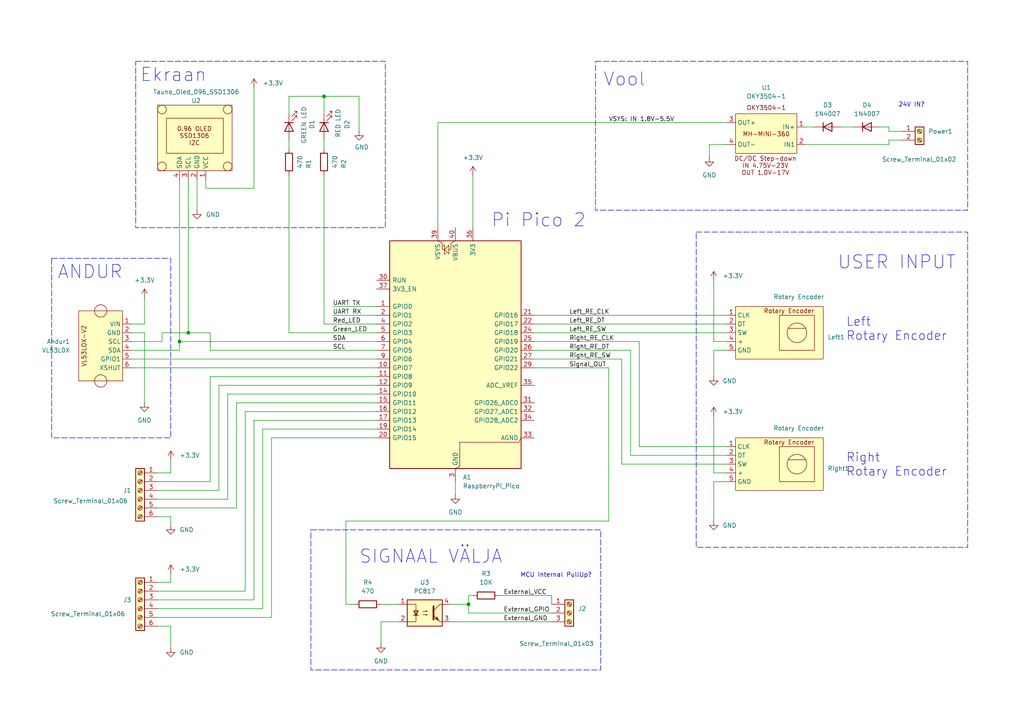
<source format=kicad_sch>
(kicad_sch (version 20250114) (generator "eeschema") (generator_version "9.0")
  (paper "A4")
  (title_block (title "Anduri PCB skeem") (date "2025-11-23") (rev "03") (company "Tauno Erik"))
  (lib_symbols
    (symbol "Connector:Screw_Terminal_01x02" (pin_names (offset 1.016) (hide yes))
      (property "Reference" "J" (at 0 2.54 0))
      (property "Value" "Screw_Terminal_01x02" (at 0 -5.08 0))
      (symbol "Screw_Terminal_01x02_1_1"
        (rectangle (start -1.27 1.27) (end 1.27 -3.81) (stroke (width 0.254)) (fill (type background)))
        (polyline (pts (xy -0.5334 0.3302) (xy 0.3302 -0.508)) (stroke (width 0.1524)))
        (polyline (pts (xy -0.5334 -2.2098) (xy 0.3302 -3.048)) (stroke (width 0.1524)))
        (polyline (pts (xy -0.3556 0.508) (xy 0.508 -0.3302)) (stroke (width 0.1524)))
        (polyline (pts (xy -0.3556 -2.032) (xy 0.508 -2.8702)) (stroke (width 0.1524)))
        (circle (center 0 0) (radius 0.635) (stroke (width 0.1524)))
        (circle (center 0 -2.54) (radius 0.635) (stroke (width 0.1524)))
        (pin passive line (at -5.08 0 0) (length 3.81) (name "Pin_1") (number "1"))
        (pin passive line (at -5.08 -2.54 0) (length 3.81) (name "Pin_2") (number "2"))
      )
    )
    (symbol "Connector:Screw_Terminal_01x03" (pin_names (offset 1.016) (hide yes))
      (property "Reference" "J" (at 0 5.08 0))
      (property "Value" "Screw_Terminal_01x03" (at 0 -5.08 0))
      (symbol "Screw_Terminal_01x03_1_1"
        (rectangle (start -1.27 3.81) (end 1.27 -3.81) (stroke (width 0.254)) (fill (type background)))
        (polyline (pts (xy -0.5334 2.8702) (xy 0.3302 2.032)) (stroke (width 0.1524)))
        (polyline (pts (xy -0.5334 0.3302) (xy 0.3302 -0.508)) (stroke (width 0.1524)))
        (polyline (pts (xy -0.5334 -2.2098) (xy 0.3302 -3.048)) (stroke (width 0.1524)))
        (polyline (pts (xy -0.3556 3.048) (xy 0.508 2.2098)) (stroke (width 0.1524)))
        (polyline (pts (xy -0.3556 0.508) (xy 0.508 -0.3302)) (stroke (width 0.1524)))
        (polyline (pts (xy -0.3556 -2.032) (xy 0.508 -2.8702)) (stroke (width 0.1524)))
        (circle (center 0 2.54) (radius 0.635) (stroke (width 0.1524)))
        (circle (center 0 0) (radius 0.635) (stroke (width 0.1524)))
        (circle (center 0 -2.54) (radius 0.635) (stroke (width 0.1524)))
        (pin passive line (at -5.08 2.54 0) (length 3.81) (name "Pin_1") (number "1"))
        (pin passive line (at -5.08 0 0) (length 3.81) (name "Pin_2") (number "2"))
        (pin passive line (at -5.08 -2.54 0) (length 3.81) (name "Pin_3") (number "3"))
      )
    )
    (symbol "Connector:Screw_Terminal_01x06" (pin_names (offset 1.016) (hide yes))
      (property "Reference" "J" (at 0 7.62 0))
      (property "Value" "Screw_Terminal_01x06" (at 0 -10.16 0))
      (symbol "Screw_Terminal_01x06_1_1"
        (rectangle (start -1.27 6.35) (end 1.27 -8.89) (stroke (width 0.254)) (fill (type background)))
        (polyline (pts (xy -0.5334 5.4102) (xy 0.3302 4.572)) (stroke (width 0.1524)))
        (polyline (pts (xy -0.5334 2.8702) (xy 0.3302 2.032)) (stroke (width 0.1524)))
        (polyline (pts (xy -0.5334 0.3302) (xy 0.3302 -0.508)) (stroke (width 0.1524)))
        (polyline (pts (xy -0.5334 -2.2098) (xy 0.3302 -3.048)) (stroke (width 0.1524)))
        (polyline (pts (xy -0.5334 -4.7498) (xy 0.3302 -5.588)) (stroke (width 0.1524)))
        (polyline (pts (xy -0.5334 -7.2898) (xy 0.3302 -8.128)) (stroke (width 0.1524)))
        (polyline (pts (xy -0.3556 5.588) (xy 0.508 4.7498)) (stroke (width 0.1524)))
        (polyline (pts (xy -0.3556 3.048) (xy 0.508 2.2098)) (stroke (width 0.1524)))
        (polyline (pts (xy -0.3556 0.508) (xy 0.508 -0.3302)) (stroke (width 0.1524)))
        (polyline (pts (xy -0.3556 -2.032) (xy 0.508 -2.8702)) (stroke (width 0.1524)))
        (polyline (pts (xy -0.3556 -4.572) (xy 0.508 -5.4102)) (stroke (width 0.1524)))
        (polyline (pts (xy -0.3556 -7.112) (xy 0.508 -7.9502)) (stroke (width 0.1524)))
        (circle (center 0 5.08) (radius 0.635) (stroke (width 0.1524)))
        (circle (center 0 2.54) (radius 0.635) (stroke (width 0.1524)))
        (circle (center 0 0) (radius 0.635) (stroke (width 0.1524)))
        (circle (center 0 -2.54) (radius 0.635) (stroke (width 0.1524)))
        (circle (center 0 -5.08) (radius 0.635) (stroke (width 0.1524)))
        (circle (center 0 -7.62) (radius 0.635) (stroke (width 0.1524)))
        (pin passive line (at -5.08 5.08 0) (length 3.81) (name "Pin_1") (number "1"))
        (pin passive line (at -5.08 2.54 0) (length 3.81) (name "Pin_2") (number "2"))
        (pin passive line (at -5.08 0 0) (length 3.81) (name "Pin_3") (number "3"))
        (pin passive line (at -5.08 -2.54 0) (length 3.81) (name "Pin_4") (number "4"))
        (pin passive line (at -5.08 -5.08 0) (length 3.81) (name "Pin_5") (number "5"))
        (pin passive line (at -5.08 -7.62 0) (length 3.81) (name "Pin_6") (number "6"))
      )
    )
    (symbol "Device:LED" (pin_numbers (hide yes)) (pin_names (offset 1.016) (hide yes))
      (property "Reference" "D" (at 0 2.54 0))
      (property "Value" "LED" (at 0 -2.54 0))
      (symbol "LED_0_1"
        (polyline (pts (xy -3.048 -0.762) (xy -4.572 -2.286) (xy -3.81 -2.286) (xy -4.572 -2.286) (xy -4.572 -1.524)))
        (polyline (pts (xy -1.778 -0.762) (xy -3.302 -2.286) (xy -2.54 -2.286) (xy -3.302 -2.286) (xy -3.302 -1.524)))
        (polyline (pts (xy -1.27 0) (xy 1.27 0)))
        (polyline (pts (xy -1.27 -1.27) (xy -1.27 1.27)) (stroke (width 0.254)))
        (polyline (pts (xy 1.27 -1.27) (xy 1.27 1.27) (xy -1.27 0) (xy 1.27 -1.27)) (stroke (width 0.254)))
      )
      (symbol "LED_1_1"
        (pin passive line (at -3.81 0 0) (length 2.54) (name "K") (number "1"))
        (pin passive line (at 3.81 0 180) (length 2.54) (name "A") (number "2"))
      )
    )
    (symbol "Device:R" (pin_numbers (hide yes)) (pin_names (offset 0))
      (property "Reference" "R" (at 2.032 0 90))
      (property "Value" "R" (at 0 0 90))
      (symbol "R_0_1"
        (rectangle (start -1.016 -2.54) (end 1.016 2.54) (stroke (width 0.254)))
      )
      (symbol "R_1_1"
        (pin passive line (at 0 3.81 270) (length 1.27) (name "~") (number "1"))
        (pin passive line (at 0 -3.81 90) (length 1.27) (name "~") (number "2"))
      )
    )
    (symbol "Diode:1N4007" (pin_numbers (hide yes)) (pin_names (hide yes))
      (property "Reference" "D" (at 0 2.54 0))
      (property "Value" "1N4007" (at 0 -2.54 0))
      (symbol "1N4007_0_1"
        (polyline (pts (xy -1.27 1.27) (xy -1.27 -1.27)) (stroke (width 0.254)))
        (polyline (pts (xy 1.27 1.27) (xy 1.27 -1.27) (xy -1.27 0) (xy 1.27 1.27)) (stroke (width 0.254)))
        (polyline (pts (xy 1.27 0) (xy -1.27 0)))
      )
      (symbol "1N4007_1_1"
        (pin passive line (at -3.81 0 0) (length 2.54) (name "K") (number "1"))
        (pin passive line (at 3.81 0 180) (length 2.54) (name "A") (number "2"))
      )
    )
    (symbol "Isolator:PC817" (pin_names (offset 1.016))
      (property "Reference" "U" (at -5.08 5.08 0))
      (property "Value" "PC817" (at 0 5.08 0))
      (symbol "PC817_0_1"
        (rectangle (start -5.08 3.81) (end 5.08 -3.81) (stroke (width 0.254)) (fill (type background)))
        (polyline (pts (xy -5.08 2.54) (xy -2.54 2.54) (xy -2.54 -0.635)))
        (polyline (pts (xy -3.175 -0.635) (xy -1.905 -0.635)) (stroke (width 0.254)))
        (polyline (pts (xy -2.54 -0.635) (xy -2.54 -2.54) (xy -5.08 -2.54)))
        (polyline (pts (xy -2.54 -0.635) (xy -3.175 0.635) (xy -1.905 0.635) (xy -2.54 -0.635)) (stroke (width 0.254)))
        (polyline (pts (xy -0.508 0.508) (xy 0.762 0.508) (xy 0.381 0.381) (xy 0.381 0.635) (xy 0.762 0.508)))
        (polyline (pts (xy -0.508 -0.508) (xy 0.762 -0.508) (xy 0.381 -0.635) (xy 0.381 -0.381) (xy 0.762 -0.508)))
        (polyline (pts (xy 2.54 1.905) (xy 2.54 -1.905)) (stroke (width 0.508)))
        (polyline (pts (xy 2.54 0.635) (xy 4.445 2.54)))
        (polyline (pts (xy 3.048 -1.651) (xy 3.556 -1.143) (xy 4.064 -2.159) (xy 3.048 -1.651)) (fill (type outline)))
        (polyline (pts (xy 4.445 2.54) (xy 5.08 2.54)))
        (polyline (pts (xy 4.445 -2.54) (xy 2.54 -0.635)) (fill (type outline)))
        (polyline (pts (xy 4.445 -2.54) (xy 5.08 -2.54)))
      )
      (symbol "PC817_1_1"
        (pin passive line (at -7.62 2.54 0) (length 2.54) (name "~") (number "1"))
        (pin passive line (at -7.62 -2.54 0) (length 2.54) (name "~") (number "2"))
        (pin passive line (at 7.62 2.54 180) (length 2.54) (name "~") (number "4"))
        (pin passive line (at 7.62 -2.54 180) (length 2.54) (name "~") (number "3"))
      )
    )
    (symbol "MCU_Module:RaspberryPi_Pico" (pin_names (offset 0.762))
      (property "Reference" "A" (at -19.05 35.56 0))
      (property "Value" "RaspberryPi_Pico" (at 7.62 35.56 0))
      (symbol "RaspberryPi_Pico_0_1"
        (rectangle (start -19.05 34.29) (end 19.05 -31.75) (stroke (width 0.254)) (fill (type background)))
        (polyline (pts (xy -5.08 34.29) (xy -3.81 33.655) (xy -3.81 31.75) (xy -3.175 31.75)))
        (polyline (pts (xy -3.429 32.766) (xy -3.429 33.02) (xy -3.175 33.02) (xy -3.175 30.48) (xy -2.921 30.48) (xy -2.921 30.734)))
        (polyline (pts (xy -3.175 31.75) (xy -1.905 33.02) (xy -1.905 30.48) (xy -3.175 31.75)))
        (polyline (pts (xy 0 34.29) (xy -1.27 33.655) (xy -1.27 31.75) (xy -1.905 31.75)))
        (polyline (pts (xy 0 -31.75) (xy 1.27 -31.115) (xy 1.27 -24.13) (xy 18.415 -24.13) (xy 19.05 -22.86)))
      )
      (symbol "RaspberryPi_Pico_1_1"
        (pin passive line (at -22.86 22.86 0) (length 3.81) (name "RUN") (number "30"))
        (pin passive line (at -22.86 20.32 0) (length 3.81) (name "3V3_EN") (number "37"))
        (pin bidirectional line (at -22.86 15.24 0) (length 3.81) (name "GPIO0") (number "1"))
        (pin bidirectional line (at -22.86 12.7 0) (length 3.81) (name "GPIO1") (number "2"))
        (pin bidirectional line (at -22.86 10.16 0) (length 3.81) (name "GPIO2") (number "4"))
        (pin bidirectional line (at -22.86 7.62 0) (length 3.81) (name "GPIO3") (number "5"))
        (pin bidirectional line (at -22.86 5.08 0) (length 3.81) (name "GPIO4") (number "6"))
        (pin bidirectional line (at -22.86 2.54 0) (length 3.81) (name "GPIO5") (number "7"))
        (pin bidirectional line (at -22.86 0 0) (length 3.81) (name "GPIO6") (number "9"))
        (pin bidirectional line (at -22.86 -2.54 0) (length 3.81) (name "GPIO7") (number "10"))
        (pin bidirectional line (at -22.86 -5.08 0) (length 3.81) (name "GPIO8") (number "11"))
        (pin bidirectional line (at -22.86 -7.62 0) (length 3.81) (name "GPIO9") (number "12"))
        (pin bidirectional line (at -22.86 -10.16 0) (length 3.81) (name "GPIO10") (number "14"))
        (pin bidirectional line (at -22.86 -12.7 0) (length 3.81) (name "GPIO11") (number "15"))
        (pin bidirectional line (at -22.86 -15.24 0) (length 3.81) (name "GPIO12") (number "16"))
        (pin bidirectional line (at -22.86 -17.78 0) (length 3.81) (name "GPIO13") (number "17"))
        (pin bidirectional line (at -22.86 -20.32 0) (length 3.81) (name "GPIO14") (number "19"))
        (pin bidirectional line (at -22.86 -22.86 0) (length 3.81) (name "GPIO15") (number "20"))
        (pin power_in line (at -5.08 38.1 270) (length 3.81) (name "VSYS") (number "39"))
        (pin power_out line (at 0 38.1 270) (length 3.81) (name "VBUS") (number "40"))
        (pin passive line (at 0 -35.56 90) (length 3.81) (hide yes) (name "GND") (number "13"))
        (pin passive line (at 0 -35.56 90) (length 3.81) (hide yes) (name "GND") (number "18"))
        (pin passive line (at 0 -35.56 90) (length 3.81) (hide yes) (name "GND") (number "23"))
        (pin passive line (at 0 -35.56 90) (length 3.81) (hide yes) (name "GND") (number "28"))
        (pin power_out line (at 0 -35.56 90) (length 3.81) (name "GND") (number "3"))
        (pin passive line (at 0 -35.56 90) (length 3.81) (hide yes) (name "GND") (number "38"))
        (pin passive line (at 0 -35.56 90) (length 3.81) (hide yes) (name "GND") (number "8"))
        (pin power_out line (at 5.08 38.1 270) (length 3.81) (name "3V3") (number "36"))
        (pin bidirectional line (at 22.86 12.7 180) (length 3.81) (name "GPIO16") (number "21"))
        (pin bidirectional line (at 22.86 10.16 180) (length 3.81) (name "GPIO17") (number "22"))
        (pin bidirectional line (at 22.86 7.62 180) (length 3.81) (name "GPIO18") (number "24"))
        (pin bidirectional line (at 22.86 5.08 180) (length 3.81) (name "GPIO19") (number "25"))
        (pin bidirectional line (at 22.86 2.54 180) (length 3.81) (name "GPIO20") (number "26"))
        (pin bidirectional line (at 22.86 0 180) (length 3.81) (name "GPIO21") (number "27"))
        (pin bidirectional line (at 22.86 -2.54 180) (length 3.81) (name "GPIO22") (number "29"))
        (pin power_in line (at 22.86 -7.62 180) (length 3.81) (name "ADC_VREF") (number "35"))
        (pin bidirectional line (at 22.86 -12.7 180) (length 3.81) (name "GPIO26_ADC0") (number "31"))
        (pin bidirectional line (at 22.86 -15.24 180) (length 3.81) (name "GPIO27_ADC1") (number "32"))
        (pin bidirectional line (at 22.86 -17.78 180) (length 3.81) (name "GPIO28_ADC2") (number "34"))
        (pin power_out line (at 22.86 -22.86 180) (length 3.81) (name "AGND") (number "33"))
      )
    )
    (symbol "Tauno_Library:Tauno_OKY3504-1"
      (property "Reference" "U" (at -10.16 6.35 0))
      (property "Value" "OKY3504-1" (at 0 0 0))
      (symbol "Tauno_OKY3504-1_1_1"
        (rectangle (start -7.62 6.35) (end 10.16 -5.08) (fill (type background)))
        (text "OKY3504-1" (at 1.27 8.128 0) (effects (font (size 1.27 1.27))))
        (text "MH-MINI-360" (at 1.27 0.508 0) (effects (font (size 1.27 1.27))))
        (text "DC/DC Step-down\nIN 4.75V-23V\nOUT 1.0V-17V" (at 1.524 -8.636 0) (effects (font (size 1.27 1.27))))
        (pin power_in line (at -10.16 2.54 0) (length 2.54) (name "IN+") (number "1"))
        (pin power_in line (at -10.16 -2.54 0) (length 2.54) (name "IN1") (number "2"))
        (pin power_out line (at 12.7 3.81 180) (length 2.54) (name "OUT+") (number "3"))
        (pin power_out line (at 12.7 -2.54 180) (length 2.54) (name "OUT-") (number "4"))
      )
    )
    (symbol "Tauno_Library:Tauno_Oled_096_SSD1306"
      (property "Reference" "U" (at -10.16 13.97 0))
      (property "Value" "Tauno_Oled_096_SSD1306" (at -12.954 12.192 0))
      (symbol "Tauno_Oled_096_SSD1306_0_1"
        (circle (center -8.89 7.62) (radius 1.27))
        (circle (center -8.89 -8.89) (radius 1.27))
        (rectangle (start -7.62 3.81) (end 8.89 -6.35))
        (circle (center 10.16 7.62) (radius 1.27))
        (circle (center 10.16 -8.89) (radius 1.27))
      )
      (symbol "Tauno_Oled_096_SSD1306_1_1"
        (rectangle (start -10.16 8.89) (end 11.43 -10.16) (fill (type background)))
        (text "0.96 OLED\nSSD1306\nI2C" (at 0.762 -1.27 0) (effects (font (size 1.27 1.27))))
        (pin power_in line (at -2.54 11.43 270) (length 2.54) (name "VCC") (number "1"))
        (pin power_in line (at 0 11.43 270) (length 2.54) (name "GND") (number "2"))
        (pin input line (at 2.54 11.43 270) (length 2.54) (name "SCL") (number "3"))
        (pin input line (at 5.08 11.43 270) (length 2.54) (name "SDA") (number "4"))
      )
    )
    (symbol "Tauno_Library:Tauno_Rotary_Encoder"
      (property "Reference" "U" (at 10.16 10.16 0))
      (property "Value" "Rotary Encoder" (at -5.334 -6.35 0))
      (symbol "Tauno_Rotary_Encoder_0_1"
        (rectangle (start -12.7 5.08) (end -2.54 -5.08))
        (polyline (pts (xy -10.16 1.27) (xy -5.08 1.27)))
        (circle (center -7.62 0) (radius 2.8398))
      )
      (symbol "Tauno_Rotary_Encoder_1_1"
        (rectangle (start -15.24 7.62) (end 10.16 -7.62) (fill (type background)))
        (text "Rotary Encoder" (at -5.334 6.35 0) (effects (font (size 1.27 1.27))))
        (pin output line (at 12.7 5.08 180) (length 2.54) (name "CLK") (number "1"))
        (pin output line (at 12.7 2.54 180) (length 2.54) (name "DT") (number "2"))
        (pin output line (at 12.7 0 180) (length 2.54) (name "SW") (number "3"))
        (pin power_in line (at 12.7 -2.54 180) (length 2.54) (name "+") (number "4"))
        (pin power_in line (at 12.7 -5.08 180) (length 2.54) (name "GND") (number "5"))
      )
    )
    (symbol "Tauno_Library:Tauno_TOF_VL53LOX"
      (property "Reference" "U" (at -8.382 12.192 0))
      (symbol "Tauno_TOF_VL53LOX_0_1"
        (circle (center 0 10.16) (radius 1.7961))
        (circle (center 0 -10.16) (radius 1.7961))
      )
      (symbol "Tauno_TOF_VL53LOX_1_1"
        (rectangle (start -6.35 10.16) (end 6.35 -10.16) (fill (type background)))
        (text "VL53LOX-V2" (at 4.826 0 900) (effects (font (size 1.27 1.27))))
        (pin power_in line (at -8.89 6.35 0) (length 2.54) (name "VIN") (number "1"))
        (pin power_in line (at -8.89 3.81 0) (length 2.54) (name "GND") (number "2"))
        (pin input line (at -8.89 1.27 0) (length 2.54) (name "SCL") (number "3"))
        (pin input line (at -8.89 -1.27 0) (length 2.54) (name "SDA") (number "4"))
        (pin input line (at -8.89 -3.81 0) (length 2.54) (name "GPIO1") (number "5"))
        (pin input line (at -8.89 -6.35 0) (length 2.54) (name "XSHUT") (number "6"))
      )
    )
    (symbol "power:+3.3V" (power) (pin_numbers (hide yes)) (pin_names (offset 0) (hide yes))
      (property "Value" "+3.3V" (at 0 3.556 0))
      (symbol "+3.3V_0_1"
        (polyline (pts (xy -0.762 1.27) (xy 0 2.54)))
        (polyline (pts (xy 0 2.54) (xy 0.762 1.27)))
        (polyline (pts (xy 0 0) (xy 0 2.54)))
      )
      (symbol "+3.3V_1_1"
        (pin power_in line (at 0 0 90) (length 0) (name "~") (number "1"))
      )
    )
    (symbol "power:GND" (power) (pin_numbers (hide yes)) (pin_names (offset 0) (hide yes))
      (property "Value" "GND" (at 0 -3.81 0))
      (symbol "GND_0_1"
        (polyline (pts (xy 0 0) (xy 0 -1.27) (xy 1.27 -1.27) (xy 0 -2.54) (xy -1.27 -1.27) (xy 0 -1.27)))
      )
      (symbol "GND_1_1"
        (pin power_in line (at 0 0 270) (length 0) (name "~") (number "1"))
      )
    )
  )
  (rectangle (start 39.37 17.78) (end 111.76 66.04) (stroke (width 0) (type dash)))
  (rectangle (start 201.93 67.31) (end 280.67 158.75) (stroke (width 0) (type dash)))
  (rectangle (start 90.17 153.67) (end 174.244 194.31) (stroke (width 0) (type dash)))
  (rectangle (start 172.72 17.78) (end 280.67 60.96) (stroke (width 0) (type dash)))
  (rectangle (start 14.986 74.93) (end 49.53 127) (stroke (width 0) (type dash)))
  (text "Right\nRotary Encoder" (at 245.364 134.874 0) (effects (font (size 2.54 2.54)) (justify left)))
  (text "Ekraan" (at 50.292 21.844 0) (effects (font (size 3.81 3.81))))
  (text "Vool" (at 181.102 23.114 0) (effects (font (size 3.81 3.81))))
  (text "ANDUR" (at 26.162 78.994 0) (effects (font (size 3.81 3.81))))
  (text "Pi Pico 2" (at 156.21 64.008 0) (effects (font (size 3.81 3.81))))
  (text "SIGNAAL VÄLJA" (at 124.968 161.544 0) (effects (font (size 3.81 3.81))))
  (text "USER INPUT" (at 260.096 76.2 0) (effects (font (size 3.81 3.81))))
  (text "MCU Internal PullUp?" (at 161.29 166.878 0) (effects (font (size 1.27 1.27))))
  (text "24V IN?" (at 264.414 30.48 0) (effects (font (size 1.27 1.27))))
  (text "Left\nRotary Encoder" (at 245.364 95.504 0) (effects (font (size 2.54 2.54)) (justify left)))
  (junction (at 54.61 96.52))
  (junction (at 135.89 175.26))
  (junction (at 93.98 27.94))
  (junction (at 52.07 99.06))
  (wire (pts (xy 52.07 52.07) (xy 52.07 99.06)))
  (wire (pts (xy 180.34 134.62) (xy 180.34 104.14)))
  (wire (pts (xy 73.66 121.92) (xy 73.66 173.99)))
  (wire (pts (xy 185.42 129.54) (xy 185.42 99.06)))
  (wire (pts (xy 154.94 104.14) (xy 180.34 104.14)))
  (wire (pts (xy 41.91 96.52) (xy 41.91 116.84)))
  (wire (pts (xy 109.22 127) (xy 78.74 127)))
  (wire (pts (xy 45.72 149.86) (xy 49.53 149.86)))
  (wire (pts (xy 49.53 149.86) (xy 49.53 152.4)))
  (wire (pts (xy 182.88 132.08) (xy 182.88 101.6)))
  (wire (pts (xy 210.82 132.08) (xy 182.88 132.08)))
  (wire (pts (xy 59.69 52.07) (xy 59.69 54.61)))
  (wire (pts (xy 207.01 99.06) (xy 210.82 99.06)))
  (wire (pts (xy 109.22 114.3) (xy 66.04 114.3)))
  (wire (pts (xy 76.2 176.53) (xy 45.72 176.53)))
  (wire (pts (xy 46.99 99.06) (xy 38.1 99.06)))
  (wire (pts (xy 247.65 36.83) (xy 243.84 36.83)))
  (wire (pts (xy 68.58 147.32) (xy 45.72 147.32)))
  (wire (pts (xy 135.89 172.72) (xy 135.89 175.26)))
  (wire (pts (xy 83.82 43.18) (xy 83.82 40.64)))
  (wire (pts (xy 109.22 96.52) (xy 83.82 96.52)))
  (wire (pts (xy 135.89 175.26) (xy 135.89 177.8)))
  (wire (pts (xy 45.72 168.91) (xy 49.53 168.91)))
  (wire (pts (xy 207.01 139.7) (xy 207.01 151.13)))
  (wire (pts (xy 207.01 101.6) (xy 207.01 109.22)))
  (wire (pts (xy 54.61 52.07) (xy 54.61 96.52)))
  (wire (pts (xy 154.94 106.68) (xy 176.53 106.68)))
  (wire (pts (xy 78.74 127) (xy 78.74 179.07)))
  (wire (pts (xy 49.53 133.35) (xy 49.53 137.16)))
  (wire (pts (xy 49.53 168.91) (xy 49.53 166.37)))
  (wire (pts (xy 257.81 40.64) (xy 257.81 41.91)))
  (wire (pts (xy 109.22 121.92) (xy 73.66 121.92)))
  (wire (pts (xy 109.22 116.84) (xy 68.58 116.84)))
  (wire (pts (xy 132.08 139.7) (xy 132.08 143.51)))
  (wire (pts (xy 261.62 40.64) (xy 257.81 40.64)))
  (wire (pts (xy 52.07 101.6) (xy 52.07 99.06)))
  (wire (pts (xy 102.87 175.26) (xy 100.33 175.26)))
  (wire (pts (xy 160.02 172.72) (xy 160.02 175.26)))
  (wire (pts (xy 137.16 172.72) (xy 135.89 172.72)))
  (wire (pts (xy 207.01 139.7) (xy 210.82 139.7)))
  (wire (pts (xy 49.53 137.16) (xy 45.72 137.16)))
  (wire (pts (xy 96.52 91.44) (xy 109.22 91.44)))
  (wire (pts (xy 154.94 93.98) (xy 210.82 93.98)))
  (wire (pts (xy 60.96 109.22) (xy 60.96 139.7)))
  (wire (pts (xy 207.01 137.16) (xy 207.01 120.65)))
  (wire (pts (xy 210.82 134.62) (xy 180.34 134.62)))
  (wire (pts (xy 45.72 181.61) (xy 49.53 181.61)))
  (wire (pts (xy 205.74 41.91) (xy 205.74 45.72)))
  (wire (pts (xy 144.78 172.72) (xy 160.02 172.72)))
  (wire (pts (xy 104.14 38.1) (xy 104.14 27.94)))
  (wire (pts (xy 207.01 81.28) (xy 207.01 99.06)))
  (wire (pts (xy 257.81 36.83) (xy 255.27 36.83)))
  (wire (pts (xy 76.2 124.46) (xy 76.2 176.53)))
  (wire (pts (xy 104.14 27.94) (xy 93.98 27.94)))
  (wire (pts (xy 60.96 96.52) (xy 54.61 96.52)))
  (wire (pts (xy 137.16 50.8) (xy 137.16 66.04)))
  (wire (pts (xy 38.1 104.14) (xy 109.22 104.14)))
  (wire (pts (xy 109.22 109.22) (xy 60.96 109.22)))
  (wire (pts (xy 261.62 38.1) (xy 257.81 38.1)))
  (wire (pts (xy 130.81 180.34) (xy 160.02 180.34)))
  (wire (pts (xy 49.53 181.61) (xy 49.53 187.96)))
  (wire (pts (xy 38.1 96.52) (xy 41.91 96.52)))
  (wire (pts (xy 96.52 88.9) (xy 109.22 88.9)))
  (wire (pts (xy 93.98 27.94) (xy 93.98 33.02)))
  (wire (pts (xy 154.94 96.52) (xy 210.82 96.52)))
  (wire (pts (xy 100.33 175.26) (xy 100.33 151.13)))
  (wire (pts (xy 93.98 27.94) (xy 83.82 27.94)))
  (wire (pts (xy 63.5 111.76) (xy 63.5 142.24)))
  (wire (pts (xy 154.94 91.44) (xy 210.82 91.44)))
  (wire (pts (xy 83.82 96.52) (xy 83.82 50.8)))
  (wire (pts (xy 154.94 99.06) (xy 185.42 99.06)))
  (wire (pts (xy 210.82 101.6) (xy 207.01 101.6)))
  (wire (pts (xy 66.04 114.3) (xy 66.04 144.78)))
  (wire (pts (xy 71.12 119.38) (xy 71.12 171.45)))
  (wire (pts (xy 38.1 101.6) (xy 52.07 101.6)))
  (wire (pts (xy 73.66 25.4) (xy 73.66 54.61)))
  (wire (pts (xy 46.99 96.52) (xy 46.99 99.06)))
  (wire (pts (xy 109.22 111.76) (xy 63.5 111.76)))
  (wire (pts (xy 109.22 119.38) (xy 71.12 119.38)))
  (wire (pts (xy 110.49 175.26) (xy 115.57 175.26)))
  (wire (pts (xy 210.82 137.16) (xy 207.01 137.16)))
  (wire (pts (xy 38.1 106.68) (xy 109.22 106.68)))
  (wire (pts (xy 38.1 93.98) (xy 41.91 93.98)))
  (wire (pts (xy 83.82 27.94) (xy 83.82 33.02)))
  (wire (pts (xy 63.5 142.24) (xy 45.72 142.24)))
  (wire (pts (xy 68.58 116.84) (xy 68.58 147.32)))
  (wire (pts (xy 127 35.56) (xy 210.82 35.56)))
  (wire (pts (xy 100.33 151.13) (xy 176.53 151.13)))
  (wire (pts (xy 41.91 93.98) (xy 41.91 86.36)))
  (wire (pts (xy 257.81 41.91) (xy 233.68 41.91)))
  (wire (pts (xy 109.22 101.6) (xy 60.96 101.6)))
  (wire (pts (xy 210.82 129.54) (xy 185.42 129.54)))
  (wire (pts (xy 135.89 177.8) (xy 160.02 177.8)))
  (wire (pts (xy 110.49 180.34) (xy 110.49 186.69)))
  (wire (pts (xy 66.04 144.78) (xy 45.72 144.78)))
  (wire (pts (xy 127 66.04) (xy 127 35.56)))
  (wire (pts (xy 57.15 52.07) (xy 57.15 60.96)))
  (wire (pts (xy 71.12 171.45) (xy 45.72 171.45)))
  (wire (pts (xy 154.94 101.6) (xy 182.88 101.6)))
  (wire (pts (xy 93.98 50.8) (xy 93.98 93.98)))
  (wire (pts (xy 60.96 101.6) (xy 60.96 96.52)))
  (wire (pts (xy 52.07 99.06) (xy 109.22 99.06)))
  (wire (pts (xy 257.81 38.1) (xy 257.81 36.83)))
  (wire (pts (xy 176.53 151.13) (xy 176.53 106.68)))
  (wire (pts (xy 93.98 43.18) (xy 93.98 40.64)))
  (wire (pts (xy 78.74 179.07) (xy 45.72 179.07)))
  (wire (pts (xy 73.66 173.99) (xy 45.72 173.99)))
  (wire (pts (xy 59.69 54.61) (xy 73.66 54.61)))
  (wire (pts (xy 54.61 96.52) (xy 46.99 96.52)))
  (wire (pts (xy 115.57 180.34) (xy 110.49 180.34)))
  (wire (pts (xy 236.22 36.83) (xy 233.68 36.83)))
  (wire (pts (xy 60.96 139.7) (xy 45.72 139.7)))
  (wire (pts (xy 109.22 124.46) (xy 76.2 124.46)))
  (wire (pts (xy 130.81 175.26) (xy 135.89 175.26)))
  (wire (pts (xy 210.82 41.91) (xy 205.74 41.91)))
  (wire (pts (xy 109.22 93.98) (xy 93.98 93.98)))
  (label "Right_RE_DT" (at 165.1 101.6 0))
  (label "UART RX" (at 96.52 91.44 0))
  (label "Signal_OUT" (at 165.1 106.68 0))
  (label "External_GND" (at 146.05 180.34 0))
  (label "Right_RE_SW" (at 165.1 104.14 0))
  (label "Left_RE_DT" (at 165.1 93.98 0))
  (label "External_GPIO" (at 146.05 177.8 0))
  (label "External_VCC" (at 146.05 172.72 0))
  (label "Left_RE_CLK" (at 165.1 91.44 0))
  (label "Red_LED" (at 96.52 93.98 0))
  (label "Green_LED" (at 96.52 96.52 0))
  (label "UART TX" (at 96.52 88.9 0))
  (label "SCL" (at 96.52 101.6 0))
  (label "Left_RE_SW" (at 165.1 96.52 0))
  (label "SDA" (at 96.52 99.06 0))
  (label "VSYS: IN 1.8V-5.5V" (at 176.53 35.56 0))
  (label "Right_RE_CLK" (at 165.1 99.06 0))
  (symbol (lib_id "Tauno_Library:Tauno_TOF_VL53LOX") (at 29.21 100.33 0) (mirror y) (unit 1)
    (property "Reference" "Andur1" (at 20.32 99.0599 0) (effects (justify left)))
    (property "Value" "VL53L0X" (at 20.32 101.5999 0) (effects (justify left)))
    (property "Footprint" "TerminalBlock:TerminalBlock_MaiXu_MX126-5.0-06P_1x06_P5.00mm" (effects (hide yes)))
  )
  (symbol (lib_id "Device:R") (at 106.68 175.26 90) (unit 1)
    (property "Reference" "R4" (at 106.68 168.91 90))
    (property "Value" "470" (at 106.68 171.45 90))
    (property "Footprint" "Resistor_THT:R_Axial_DIN0207_L6.3mm_D2.5mm_P10.16mm_Horizontal" (effects (hide yes)))
    (property "Description" "Resistor" (effects (hide yes)))
  )
  (symbol (lib_id "power:GND") (at 49.53 152.4 0) (unit 1)
    (property "Reference" "#PWR016" (effects (hide yes)))
    (property "Value" "GND" (at 52.07 153.6699 0) (effects (justify left)))
    (property "Description" "Power symbol creates a global label with name \"GND\" , ground" (effects (hide yes)))
  )
  (symbol (lib_id "Device:R") (at 93.98 46.99 0) (mirror y) (unit 1)
    (property "Reference" "R2" (at 99.6951 48.895 90) (effects (justify left)))
    (property "Value" "470" (at 97.1551 48.895 90) (effects (justify left)))
    (property "Footprint" "Resistor_THT:R_Axial_DIN0207_L6.3mm_D2.5mm_P10.16mm_Horizontal" (effects (hide yes)))
    (property "Description" "Resistor" (effects (hide yes)))
  )
  (symbol (lib_id "power:+3.3V") (at 41.91 86.36 0) (unit 1)
    (property "Reference" "#PWR07" (effects (hide yes)))
    (property "Value" "+3.3V" (at 41.91 81.28 0))
    (property "Description" "Power symbol creates a global label with name \"+3.3V\"" (effects (hide yes)))
  )
  (symbol (lib_id "Tauno_Library:Tauno_Rotary_Encoder") (at 223.52 96.52 0) (mirror y) (unit 1)
    (property "Reference" "Left1" (at 240.03 97.7901 0) (effects (justify right)))
    (property "Value" "Rotary Encoder" (at 224.282 86.106 0) (effects (justify right)))
    (property "Footprint" "Taunoe_footprints:Tauno_Rotary_Encoder" (effects (hide yes)))
  )
  (symbol (lib_id "power:GND") (at 132.08 143.51 0) (unit 1)
    (property "Reference" "#PWR011" (effects (hide yes)))
    (property "Value" "GND" (at 132.08 148.59 0))
    (property "Description" "Power symbol creates a global label with name \"GND\" , ground" (effects (hide yes)))
  )
  (symbol (lib_id "Diode:1N4007") (at 251.46 36.83 0) (unit 1)
    (property "Reference" "D4" (at 251.46 30.48 0))
    (property "Value" "1N4007" (at 251.46 33.02 0))
    (property "Footprint" "Diode_THT:D_DO-41_SOD81_P10.16mm_Horizontal" (effects (hide yes)))
    (property "Datasheet" "http://www.vishay.com/docs/88503/1n4001.pdf" (effects (hide yes)))
    (property "Description" "1000V 1A General Purpose Rectifier Diode, DO-41" (effects (hide yes)))
    (property "Sim.Device" "D" (effects (hide yes)))
    (property "Sim.Pins" "1=K 2=A" (effects (hide yes)))
  )
  (symbol (lib_id "Device:R") (at 140.97 172.72 90) (unit 1)
    (property "Reference" "R3" (at 140.97 166.37 90))
    (property "Value" "10K" (at 140.97 168.91 90))
    (property "Footprint" "Resistor_THT:R_Axial_DIN0207_L6.3mm_D2.5mm_P10.16mm_Horizontal" (effects (hide yes)))
    (property "Description" "Resistor" (effects (hide yes)))
  )
  (symbol (lib_id "Connector:Screw_Terminal_01x02") (at 266.7 38.1 0) (unit 1)
    (property "Reference" "Power1" (at 269.24 38.0999 0) (effects (justify left)))
    (property "Value" "Screw_Terminal_01x02" (at 255.778 46.228 0) (effects (justify left)))
    (property "Footprint" "TerminalBlock_MetzConnect:TerminalBlock_MetzConnect_Type011_RT05502HBLC_1x02_P5.00mm_Horizontal" (effects (hide yes)))
    (property "Description" "Generic screw terminal, single row, 01x02, script generated (kicad-library-utils/schlib/autogen/connector/)" (effects (hide yes)))
  )
  (symbol (lib_id "power:+3.3V") (at 137.16 50.8 0) (unit 1)
    (property "Reference" "#PWR04" (effects (hide yes)))
    (property "Value" "+3.3V" (at 137.16 45.72 0))
    (property "Description" "Power symbol creates a global label with name \"+3.3V\"" (effects (hide yes)))
  )
  (symbol (lib_id "Connector:Screw_Terminal_01x03") (at 165.1 177.8 0) (unit 1)
    (property "Reference" "J2" (at 167.64 176.5299 0) (effects (justify left)))
    (property "Value" "Screw_Terminal_01x03" (at 150.622 186.69 0) (effects (justify left)))
    (property "Footprint" "TerminalBlock:TerminalBlock_MaiXu_MX126-5.0-03P_1x03_P5.00mm" (effects (hide yes)))
    (property "Description" "Generic screw terminal, single row, 01x03, script generated (kicad-library-utils/schlib/autogen/connector/)" (effects (hide yes)))
  )
  (symbol (lib_id "Tauno_Library:Tauno_OKY3504-1") (at 223.52 39.37 0) (mirror y) (unit 1)
    (property "Reference" "U1" (at 222.25 25.4 0))
    (property "Value" "OKY3504-1" (at 222.25 27.94 0))
    (property "Footprint" "Taunoe_footprints:Tauno_OKY3504" (effects (hide yes)))
  )
  (symbol (lib_id "power:GND") (at 57.15 60.96 0) (unit 1)
    (property "Reference" "#PWR05" (effects (hide yes)))
    (property "Value" "GND" (at 59.69 62.2299 0) (effects (justify left)))
    (property "Description" "Power symbol creates a global label with name \"GND\" , ground" (effects (hide yes)))
  )
  (symbol (lib_id "power:GND") (at 41.91 116.84 0) (unit 1)
    (property "Reference" "#PWR09" (effects (hide yes)))
    (property "Value" "GND" (at 41.91 121.92 0))
    (property "Description" "Power symbol creates a global label with name \"GND\" , ground" (effects (hide yes)))
  )
  (symbol (lib_id "power:GND") (at 207.01 151.13 0) (mirror y) (unit 1)
    (property "Reference" "#PWR012" (effects (hide yes)))
    (property "Value" "GND" (at 209.55 152.3999 0) (effects (justify right)))
    (property "Description" "Power symbol creates a global label with name \"GND\" , ground" (effects (hide yes)))
  )
  (symbol (lib_id "power:+3.3V") (at 207.01 81.28 0) (mirror y) (unit 1)
    (property "Reference" "#PWR06" (effects (hide yes)))
    (property "Value" "+3.3V" (at 209.55 80.0099 0) (effects (justify right)))
    (property "Description" "Power symbol creates a global label with name \"+3.3V\"" (effects (hide yes)))
  )
  (symbol (lib_id "power:GND") (at 49.53 187.96 0) (unit 1)
    (property "Reference" "#PWR017" (effects (hide yes)))
    (property "Value" "GND" (at 52.07 189.2299 0) (effects (justify left)))
    (property "Description" "Power symbol creates a global label with name \"GND\" , ground" (effects (hide yes)))
  )
  (symbol (lib_id "MCU_Module:RaspberryPi_Pico") (at 132.08 104.14 0) (unit 1)
    (property "Reference" "A1" (at 134.2233 138.43 0) (effects (justify left)))
    (property "Value" "RaspberryPi_Pico" (at 134.2233 140.97 0) (effects (justify left)))
    (property "Footprint" "Module:RaspberryPi_Pico_Common_Unspecified" (effects (hide yes)))
    (property "Datasheet" "https://datasheets.raspberrypi.com/pico/pico-datasheet.pdf" (effects (hide yes)))
    (property "Description" "Versatile and inexpensive microcontroller module powered by RP2040 dual-core Arm Cortex-M0+ processor up to 133 MHz, 264kB SRAM, 2MB QSPI flash; also supports Raspberry Pi Pico 2" (effects (hide yes)))
  )
  (symbol (lib_id "Device:LED") (at 83.82 36.83 90) (mirror x) (unit 1)
    (property "Reference" "D1" (at 90.4876 37.465 0) (effects (justify right)))
    (property "Value" "GREEN LED" (at 88.138 41.656 0) (effects (justify right)))
    (property "Footprint" "LED_THT:LED_Rectangular_W5.0mm_H2.0mm" (effects (hide yes)))
    (property "Description" "Light emitting diode" (effects (hide yes)))
    (property "Sim.Pins" "1=K 2=A" (effects (hide yes)))
  )
  (symbol (lib_id "Isolator:PC817") (at 123.19 177.8 0) (unit 1)
    (property "Reference" "U3" (at 123.19 168.91 0))
    (property "Value" "PC817" (at 123.19 171.45 0))
    (property "Footprint" "Package_DIP:DIP-4_W7.62mm" (effects (hide yes)))
    (property "Datasheet" "http://www.soselectronic.cz/a_info/resource/d/pc817.pdf" (effects (hide yes)))
    (property "Description" "DC Optocoupler, Vce 35V, CTR 50-300%, DIP-4" (effects (hide yes)))
  )
  (symbol (lib_id "power:GND") (at 205.74 45.72 0) (mirror y) (unit 1)
    (property "Reference" "#PWR03" (effects (hide yes)))
    (property "Value" "GND" (at 205.74 50.8 0))
    (property "Description" "Power symbol creates a global label with name \"GND\" , ground" (effects (hide yes)))
  )
  (symbol (lib_id "power:GND") (at 110.49 186.69 0) (unit 1)
    (property "Reference" "#PWR013" (effects (hide yes)))
    (property "Value" "GND" (at 110.49 191.77 0))
    (property "Description" "Power symbol creates a global label with name \"GND\" , ground" (effects (hide yes)))
  )
  (symbol (lib_id "power:GND") (at 207.01 109.22 0) (mirror y) (unit 1)
    (property "Reference" "#PWR08" (effects (hide yes)))
    (property "Value" "GND" (at 209.55 110.4899 0) (effects (justify right)))
    (property "Description" "Power symbol creates a global label with name \"GND\" , ground" (effects (hide yes)))
  )
  (symbol (lib_id "Device:R") (at 83.82 46.99 0) (mirror y) (unit 1)
    (property "Reference" "R1" (at 89.5351 48.895 90) (effects (justify left)))
    (property "Value" "470" (at 86.9951 48.895 90) (effects (justify left)))
    (property "Footprint" "Resistor_THT:R_Axial_DIN0207_L6.3mm_D2.5mm_P10.16mm_Horizontal" (effects (hide yes)))
    (property "Description" "Resistor" (effects (hide yes)))
  )
  (symbol (lib_id "Diode:1N4007") (at 240.03 36.83 0) (unit 1)
    (property "Reference" "D3" (at 240.03 30.48 0))
    (property "Value" "1N4007" (at 240.03 33.02 0))
    (property "Footprint" "Diode_THT:D_DO-41_SOD81_P10.16mm_Horizontal" (effects (hide yes)))
    (property "Datasheet" "http://www.vishay.com/docs/88503/1n4001.pdf" (effects (hide yes)))
    (property "Description" "1000V 1A General Purpose Rectifier Diode, DO-41" (effects (hide yes)))
    (property "Sim.Device" "D" (effects (hide yes)))
    (property "Sim.Pins" "1=K 2=A" (effects (hide yes)))
  )
  (symbol (lib_id "Device:LED") (at 93.98 36.83 90) (mirror x) (unit 1)
    (property "Reference" "D2" (at 100.6476 37.465 0) (effects (justify right)))
    (property "Value" "RED LED" (at 98.044 39.878 0) (effects (justify right)))
    (property "Footprint" "LED_THT:LED_Rectangular_W5.0mm_H2.0mm" (effects (hide yes)))
    (property "Description" "Light emitting diode" (effects (hide yes)))
    (property "Sim.Pins" "1=K 2=A" (effects (hide yes)))
  )
  (symbol (lib_id "Connector:Screw_Terminal_01x06") (at 40.64 142.24 0) (mirror y) (unit 1)
    (property "Reference" "J1" (at 38.1 142.2399 0) (effects (justify left)))
    (property "Value" "Screw_Terminal_01x06" (at 37.084 145.288 0) (effects (justify left)))
    (property "Footprint" "TerminalBlock:TerminalBlock_MaiXu_MX126-5.0-06P_1x06_P5.00mm" (effects (hide yes)))
    (property "Description" "Generic screw terminal, single row, 01x06, script generated (kicad-library-utils/schlib/autogen/connector/)" (effects (hide yes)))
  )
  (symbol (lib_id "power:+3.3V") (at 49.53 166.37 0) (unit 1)
    (property "Reference" "#PWR015" (effects (hide yes)))
    (property "Value" "+3.3V" (at 52.07 165.0999 0) (effects (justify left)))
    (property "Description" "Power symbol creates a global label with name \"+3.3V\"" (effects (hide yes)))
  )
  (symbol (lib_id "Tauno_Library:Tauno_Rotary_Encoder") (at 223.52 134.62 0) (mirror y) (unit 1)
    (property "Reference" "Right1" (at 240.03 135.8901 0) (effects (justify right)))
    (property "Value" "Rotary Encoder" (at 224.282 124.206 0) (effects (justify right)))
    (property "Footprint" "Taunoe_footprints:Tauno_Rotary_Encoder" (effects (hide yes)))
  )
  (symbol (lib_id "power:+3.3V") (at 73.66 25.4 0) (unit 1)
    (property "Reference" "#PWR01" (effects (hide yes)))
    (property "Value" "+3.3V" (at 76.2 24.1299 0) (effects (justify left)))
    (property "Description" "Power symbol creates a global label with name \"+3.3V\"" (effects (hide yes)))
  )
  (symbol (lib_id "Connector:Screw_Terminal_01x06") (at 40.64 173.99 0) (mirror y) (unit 1)
    (property "Reference" "J3" (at 38.1 173.9899 0) (effects (justify left)))
    (property "Value" "Screw_Terminal_01x06" (at 36.322 178.054 0) (effects (justify left)))
    (property "Footprint" "TerminalBlock:TerminalBlock_MaiXu_MX126-5.0-06P_1x06_P5.00mm" (effects (hide yes)))
    (property "Description" "Generic screw terminal, single row, 01x06, script generated (kicad-library-utils/schlib/autogen/connector/)" (effects (hide yes)))
  )
  (symbol (lib_id "power:+3.3V") (at 49.53 133.35 0) (unit 1)
    (property "Reference" "#PWR014" (effects (hide yes)))
    (property "Value" "+3.3V" (at 52.07 132.0799 0) (effects (justify left)))
    (property "Description" "Power symbol creates a global label with name \"+3.3V\"" (effects (hide yes)))
  )
  (symbol (lib_id "power:GND") (at 104.14 38.1 0) (mirror y) (unit 1)
    (property "Reference" "#PWR02" (effects (hide yes)))
    (property "Value" "GND" (at 102.87 42.672 0) (effects (justify right)))
    (property "Description" "Power symbol creates a global label with name \"GND\" , ground" (effects (hide yes)))
  )
  (symbol (lib_id "power:+3.3V") (at 207.01 120.65 0) (mirror y) (unit 1)
    (property "Reference" "#PWR010" (effects (hide yes)))
    (property "Value" "+3.3V" (at 209.55 119.3799 0) (effects (justify right)))
    (property "Description" "Power symbol creates a global label with name \"+3.3V\"" (effects (hide yes)))
  )
  (symbol (lib_id "Tauno_Library:Tauno_Oled_096_SSD1306") (at 57.15 40.64 180) (unit 1)
    (property "Reference" "U2" (at 56.896 29.21 0))
    (property "Value" "Tauno_Oled_096_SSD1306" (at 56.896 26.67 0))
    (property "Footprint" "Taunoe_footprints:Tauno_OLED_ssd1306" (effects (hide yes)))
    (property "Description" "Tauno_Oled_096_SSD1306" (effects (hide yes)))
  )
)
</source>
